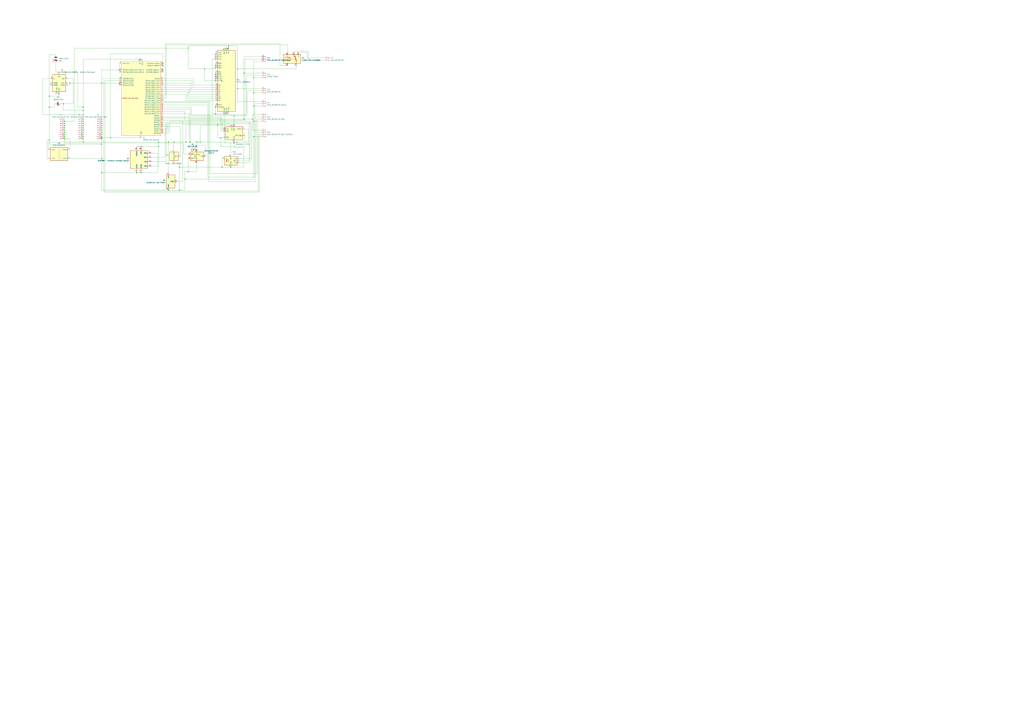
<source format=kicad_sch>
(kicad_sch (version 20250114) (generator "eeschema") (generator_version "9.0")
  (paper "A0")
  (lib_symbols
    (symbol "Battery_Management:TP4056-42-ESOP8"
      (property "Reference" "U" (at -6.604 11.684 0))
      (property "Value" "TP4056-42-ESOP8" (at 10.16 11.684 0))
      (symbol "TP4056-42-ESOP8_1_0"
        (pin input line (at -10.16 5.08 0) (length 2.54) (name "CE") (number "8"))
        (pin open_collector line (at -10.16 0 0) (length 2.54) (name "~{CHRG}") (number "7"))
        (pin open_collector line (at -10.16 -2.54 0) (length 2.54) (name "~{STDBY}") (number "6"))
        (pin passive line (at -2.54 -12.7 90) (length 2.54) (name "EPAD") (number "9"))
        (pin power_in line (at 0 12.7 270) (length 2.54) (name "V_{CC}") (number "4"))
        (pin power_in line (at 0 -12.7 90) (length 2.54) (name "GND") (number "3"))
        (pin power_out line (at 10.16 5.08 180) (length 2.54) (name "BAT") (number "5"))
        (pin input line (at 10.16 0 180) (length 2.54) (name "TEMP") (number "1"))
        (pin passive line (at 10.16 -2.54 180) (length 2.54) (name "PROG") (number "2"))
      )
    )
    (symbol "Connector:Conn_01x02_Pin" (pin_names (offset 1.016) (hide yes))
      (property "Reference" "J" (at 0 2.54 0))
      (property "Value" "Conn_01x02_Pin" (at 0 -5.08 0))
      (symbol "Conn_01x02_Pin_1_1"
        (pin passive line (at 5.08 0 180) (length 3.81) (name "Pin_1") (number "1"))
        (pin passive line (at 5.08 -2.54 180) (length 3.81) (name "Pin_2") (number "2"))
      )
    )
    (symbol "Connector:Conn_01x03_Pin" (pin_names (offset 1.016) (hide yes))
      (property "Reference" "J" (at 0 5.08 0))
      (property "Value" "Conn_01x03_Pin" (at 0 -5.08 0))
      (symbol "Conn_01x03_Pin_1_1"
        (pin passive line (at 5.08 2.54 180) (length 3.81) (name "Pin_1") (number "1"))
        (pin passive line (at 5.08 0 180) (length 3.81) (name "Pin_2") (number "2"))
        (pin passive line (at 5.08 -2.54 180) (length 3.81) (name "Pin_3") (number "3"))
      )
    )
    (symbol "Connector:Conn_01x04_Pin" (pin_names (offset 1.016) (hide yes))
      (property "Reference" "J" (at 0 5.08 0))
      (property "Value" "Conn_01x04_Pin" (at 0 -7.62 0))
      (symbol "Conn_01x04_Pin_1_1"
        (pin passive line (at 5.08 2.54 180) (length 3.81) (name "Pin_1") (number "1"))
        (pin passive line (at 5.08 0 180) (length 3.81) (name "Pin_2") (number "2"))
        (pin passive line (at 5.08 -2.54 180) (length 3.81) (name "Pin_3") (number "3"))
        (pin passive line (at 5.08 -5.08 180) (length 3.81) (name "Pin_4") (number "4"))
      )
    )
    (symbol "Connector:Conn_01x10_Pin" (pin_names (offset 1.016) (hide yes))
      (property "Reference" "J" (at 0 12.7 0))
      (property "Value" "Conn_01x10_Pin" (at 0 -15.24 0))
      (symbol "Conn_01x10_Pin_1_1"
        (pin passive line (at 5.08 10.16 180) (length 3.81) (name "Pin_1") (number "1"))
        (pin passive line (at 5.08 7.62 180) (length 3.81) (name "Pin_2") (number "2"))
        (pin passive line (at 5.08 5.08 180) (length 3.81) (name "Pin_3") (number "3"))
        (pin passive line (at 5.08 2.54 180) (length 3.81) (name "Pin_4") (number "4"))
        (pin passive line (at 5.08 0 180) (length 3.81) (name "Pin_5") (number "5"))
        (pin passive line (at 5.08 -2.54 180) (length 3.81) (name "Pin_6") (number "6"))
        (pin passive line (at 5.08 -5.08 180) (length 3.81) (name "Pin_7") (number "7"))
        (pin passive line (at 5.08 -7.62 180) (length 3.81) (name "Pin_8") (number "8"))
        (pin passive line (at 5.08 -10.16 180) (length 3.81) (name "Pin_9") (number "9"))
        (pin passive line (at 5.08 -12.7 180) (length 3.81) (name "Pin_10") (number "10"))
      )
    )
    (symbol "Connector_Generic:Conn_01x01" (pin_names (offset 1.016) (hide yes))
      (property "Reference" "J" (at 0 2.54 0))
      (property "Value" "Conn_01x01" (at 0 -2.54 0))
      (symbol "Conn_01x01_1_1"
        (pin passive line (at -5.08 0 0) (length 3.81) (name "Pin_1") (number "1"))
      )
    )
    (symbol "Device:Battery_Cell" (pin_numbers (hide yes)) (pin_names (offset 0) (hide yes))
      (property "Reference" "BT" (at 2.54 2.54 0))
      (property "Value" "Battery_Cell" (at 2.54 0 0))
      (symbol "Battery_Cell_1_1"
        (pin passive line (at 0 5.08 270) (length 2.54) (name "+") (number "1"))
        (pin passive line (at 0 -2.54 90) (length 2.54) (name "-") (number "2"))
      )
    )
    (symbol "Device:Solar_Cells" (pin_numbers (hide yes)) (pin_names (offset 0) (hide yes))
      (property "Reference" "SC" (at 2.54 2.54 0))
      (property "Value" "Solar_Cells" (at 2.54 0 0))
      (symbol "Solar_Cells_1_1"
        (pin passive line (at 0 5.08 270) (length 2.54) (name "+") (number "1"))
        (pin passive line (at 0 -5.08 90) (length 2.54) (name "-") (number "2"))
      )
    )
    (symbol "Display_Graphic:OLED-128O064D"
      (property "Reference" "DS" (at -10.16 38.1 0))
      (property "Value" "OLED-128O064D" (at 12.7 38.1 0))
      (symbol "OLED-128O064D_1_1"
        (pin passive line (at -12.7 33.02 0) (length 2.54) (name "C2N") (number "2"))
        (pin passive line (at -12.7 30.48 0) (length 2.54) (name "C2P") (number "3"))
        (pin passive line (at -12.7 27.94 0) (length 2.54) (name "C1P") (number "4"))
        (pin passive line (at -12.7 25.4 0) (length 2.54) (name "C1N") (number "5"))
        (pin input line (at -12.7 20.32 0) (length 2.54) (name "BS0") (number "10"))
        (pin input line (at -12.7 17.78 0) (length 2.54) (name "BS1") (number "11"))
        (pin input line (at -12.7 15.24 0) (length 2.54) (name "BS2") (number "12"))
        (pin input line (at -12.7 10.16 0) (length 2.54) (name "~{CS}") (number "13"))
        (pin input line (at -12.7 7.62 0) (length 2.54) (name "~{RES}") (number "14"))
        (pin input line (at -12.7 5.08 0) (length 2.54) (name "D/~{C}") (number "15"))
        (pin input line (at -12.7 2.54 0) (length 2.54) (name "R/~{W}") (number "16"))
        (pin input line (at -12.7 0 0) (length 2.54) (name "E/~{RD}") (number "17"))
        (pin bidirectional line (at -12.7 -5.08 0) (length 2.54) (name "D0") (number "18"))
        (pin bidirectional line (at -12.7 -7.62 0) (length 2.54) (name "D1") (number "19"))
        (pin bidirectional line (at -12.7 -10.16 0) (length 2.54) (name "D2") (number "20"))
        (pin bidirectional line (at -12.7 -12.7 0) (length 2.54) (name "D3") (number "21"))
        (pin bidirectional line (at -12.7 -15.24 0) (length 2.54) (name "D4") (number "22"))
        (pin bidirectional line (at -12.7 -17.78 0) (length 2.54) (name "D5") (number "23"))
        (pin bidirectional line (at -12.7 -20.32 0) (length 2.54) (name "D6") (number "24"))
        (pin bidirectional line (at -12.7 -22.86 0) (length 2.54) (name "D7") (number "25"))
        (pin passive line (at -12.7 -27.94 0) (length 2.54) (name "IREF") (number "26"))
        (pin passive line (at -12.7 -30.48 0) (length 2.54) (name "VCOMH") (number "27"))
        (pin power_in line (at -2.54 38.1 270) (length 2.54) (name "VBAT") (number "6"))
        (pin power_in line (at -2.54 -38.1 90) (length 2.54) (name "GND") (number "1"))
        (pin passive line (at -2.54 -38.1 90) (length 2.54) (hide yes) (name "GND") (number "30"))
        (pin power_in line (at 0 38.1 270) (length 2.54) (name "VDD") (number "9"))
        (pin power_in line (at 0 -38.1 90) (length 2.54) (name "VSS") (number "8"))
        (pin power_in line (at 2.54 38.1 270) (length 2.54) (name "VCC") (number "28"))
        (pin power_in line (at 2.54 -38.1 90) (length 2.54) (name "VLSS") (number "29"))
        (pin no_connect line (at 10.16 0 180) (length 2.54) (hide yes) (name "NC") (number "7"))
      )
    )
    (symbol "PCM_Espressif:ESP32-S3-DevKitC" (pin_names (offset 1.016))
      (property "Reference" "U" (at -22.86 48.26 0))
      (property "Value" "ESP32-S3-DevKitC" (at -22.86 45.72 0))
      (symbol "ESP32-S3-DevKitC_0_0"
        (text "ESP32-S3-DevKitC" (at -12.7 0 0) (effects (font (size 1.27 1.27))))
        (pin bidirectional line (at -25.4 15.24 0) (length 2.54) (name "GPIO42/MTMS") (number "39"))
        (pin power_in line (at 0 -45.72 90) (length 2.54) (name "GND") (number "44"))
        (pin bidirectional line (at 25.4 40.64 180) (length 2.54) (name "GPIO43/U0TXD") (number "43"))
        (pin bidirectional line (at 25.4 38.1 180) (length 2.54) (name "GPIO44/U0RXD") (number "42"))
        (pin bidirectional line (at 25.4 20.32 180) (length 2.54) (name "GPIO1/ADC1_CH0") (number "41"))
        (pin bidirectional line (at 25.4 17.78 180) (length 2.54) (name "GPIO2/ADC1_CH1") (number "40"))
        (pin bidirectional line (at 25.4 -10.16 180) (length 2.54) (name "GPIO13/ADC2_CH2") (number "19"))
        (pin bidirectional line (at 25.4 -35.56 180) (length 2.54) (name "GPIO46") (number "14"))
      )
      (symbol "ESP32-S3-DevKitC_0_1"
        (pin power_in line (at 1.27 45.72 270) (length 2.54) (name "3V3") (number "2"))
      )
      (symbol "ESP32-S3-DevKitC_1_1"
        (pin input line (at -25.4 40.64 0) (length 2.54) (name "CHIP_PU") (number "3"))
        (pin bidirectional line (at -25.4 33.02 0) (length 2.54) (name "GPIO15/ADC2_CH4/32K_P") (number "8"))
        (pin bidirectional line (at -25.4 30.48 0) (length 2.54) (name "GPIO16/ADC2_CH5/32K_N") (number "9"))
        (pin bidirectional line (at -25.4 22.86 0) (length 2.54) (name "GPIO39/MTCK") (number "36"))
        (pin bidirectional line (at -25.4 20.32 0) (length 2.54) (name "GPIO40/MTDO") (number "37"))
        (pin bidirectional line (at -25.4 17.78 0) (length 2.54) (name "GPIO41/MTDI") (number "38"))
        (pin power_in line (at -1.27 45.72 270) (length 2.54) (name "5V") (number "21"))
        (pin passive line (at 0 -45.72 90) (length 2.54) (hide yes) (name "GND") (number "22"))
        (pin passive line (at 0 -45.72 90) (length 2.54) (hide yes) (name "GND") (number "23"))
        (pin passive line (at 0 -45.72 90) (length 2.54) (hide yes) (name "GND") (number "24"))
        (pin passive line (at 1.27 45.72 270) (length 2.54) (hide yes) (name "3V3") (number "1"))
        (pin bidirectional line (at 25.4 33.02 180) (length 2.54) (name "GPIO20/USB_D+") (number "26"))
        (pin bidirectional line (at 25.4 30.48 180) (length 2.54) (name "GPIO19/USB_D-") (number "25"))
        (pin bidirectional line (at 25.4 22.86 180) (length 2.54) (name "GPIO0") (number "31"))
        (pin bidirectional line (at 25.4 15.24 180) (length 2.54) (name "GPIO3/ADC1_CH2") (number "13"))
        (pin bidirectional line (at 25.4 12.7 180) (length 2.54) (name "GPIO4/ADC1_CH3") (number "4"))
        (pin bidirectional line (at 25.4 10.16 180) (length 2.54) (name "GPIO5/ADC1_CH4") (number "5"))
        (pin bidirectional line (at 25.4 7.62 180) (length 2.54) (name "GPIO6/ADC1_CH5") (number "6"))
        (pin bidirectional line (at 25.4 5.08 180) (length 2.54) (name "GPIO7/ADC1_CH6") (number "7"))
        (pin bidirectional line (at 25.4 2.54 180) (length 2.54) (name "GPIO8/ADC1_CH7") (number "12"))
        (pin bidirectional line (at 25.4 0 180) (length 2.54) (name "GPIO9/ADC1_CH8") (number "15"))
        (pin bidirectional line (at 25.4 -2.54 180) (length 2.54) (name "GPIO10/ADC1_CH9") (number "16"))
        (pin bidirectional line (at 25.4 -5.08 180) (length 2.54) (name "GPIO11/ADC2_CH0") (number "17"))
        (pin bidirectional line (at 25.4 -7.62 180) (length 2.54) (name "GPIO12/ADC2_CH1") (number "18"))
        (pin bidirectional line (at 25.4 -12.7 180) (length 2.54) (name "GPIO14/ADC2_CH3") (number "20"))
        (pin bidirectional line (at 25.4 -15.24 180) (length 2.54) (name "GPIO17/ADC2_CH6") (number "10"))
        (pin bidirectional line (at 25.4 -17.78 180) (length 2.54) (name "GPIO18/ADC2_CH7") (number "11"))
        (pin bidirectional line (at 25.4 -20.32 180) (length 2.54) (name "GPIO21") (number "27"))
        (pin bidirectional line (at 25.4 -22.86 180) (length 2.54) (name "GPIO35") (number "32"))
        (pin bidirectional line (at 25.4 -25.4 180) (length 2.54) (name "GPIO36") (number "33"))
        (pin bidirectional line (at 25.4 -27.94 180) (length 2.54) (name "GPIO37") (number "34"))
        (pin bidirectional line (at 25.4 -30.48 180) (length 2.54) (name "GPIO38") (number "35"))
        (pin bidirectional line (at 25.4 -33.02 180) (length 2.54) (name "GPIO45") (number "30"))
        (pin bidirectional line (at 25.4 -38.1 180) (length 2.54) (name "GPIO47") (number "28"))
        (pin bidirectional line (at 25.4 -40.64 180) (length 2.54) (name "GPIO48") (number "29"))
      )
    )
    (symbol "Regulator_Switching:CRE1S0305S3C"
      (property "Reference" "U" (at -8.89 8.89 0))
      (property "Value" "CRE1S0305S3C" (at 2.54 8.89 0))
      (symbol "CRE1S0305S3C_1_1"
        (pin power_in line (at -12.7 5.08 0) (length 2.54) (name "+VIN") (number "2"))
        (pin power_in line (at -12.7 -5.08 0) (length 2.54) (name "-VIN") (number "1"))
        (pin power_out line (at 12.7 5.08 180) (length 2.54) (name "+VOUT") (number "4"))
        (pin power_out line (at 12.7 -5.08 180) (length 2.54) (name "-VOUT") (number "3"))
      )
    )
    (symbol "Relay:Fujitsu_FTR-LYCA005x"
      (property "Reference" "K" (at 11.43 3.81 0))
      (property "Value" "Fujitsu_FTR-LYCA005x" (at 11.43 1.27 0))
      (symbol "Fujitsu_FTR-LYCA005x_1_1"
        (pin passive line (at -5.08 7.62 270) (length 2.54) (name "~") (number "A1"))
        (pin passive line (at -5.08 -7.62 90) (length 2.54) (name "~") (number "A2"))
        (pin passive line (at 2.54 7.62 270) (length 2.54) (name "~") (number "12"))
        (pin passive line (at 5.08 -7.62 90) (length 2.54) (name "~") (number "11"))
        (pin passive line (at 7.62 7.62 270) (length 2.54) (name "~") (number "14"))
      )
    )
    (symbol "Sensor:BME280"
      (property "Reference" "U" (at -8.89 11.43 0))
      (property "Value" "BME280" (at 7.62 11.43 0))
      (symbol "BME280_1_1"
        (pin power_in line (at -2.54 15.24 270) (length 5.08) (name "VDDIO") (number "6"))
        (pin power_in line (at -2.54 -15.24 90) (length 5.08) (name "GND") (number "1"))
        (pin power_in line (at 2.54 15.24 270) (length 5.08) (name "VDD") (number "8"))
        (pin power_in line (at 2.54 -15.24 90) (length 5.08) (name "GND") (number "7"))
        (pin bidirectional line (at 15.24 7.62 180) (length 5.08) (name "SDO") (number "5"))
        (pin input line (at 15.24 2.54 180) (length 5.08) (name "SCK") (number "4"))
        (pin bidirectional line (at 15.24 -2.54 180) (length 5.08) (name "SDI") (number "3"))
        (pin input line (at 15.24 -7.62 180) (length 5.08) (name "CSB") (number "2"))
      )
    )
    (symbol "Sensor:DHT11"
      (property "Reference" "U" (at -3.81 6.35 0))
      (property "Value" "DHT11" (at 3.81 6.35 0))
      (symbol "DHT11_1_1"
        (pin no_connect line (at -5.08 0 0) (length 2.54) (hide yes) (name "NC") (number "3"))
        (pin power_in line (at 0 7.62 270) (length 2.54) (name "VDD") (number "1"))
        (pin power_in line (at 0 -7.62 90) (length 2.54) (name "GND") (number "4"))
        (pin bidirectional line (at 7.62 0 180) (length 2.54) (name "DATA") (number "2"))
      )
    )
    (symbol "Sensor_Audio:ICS-43434"
      (property "Reference" "MK" (at -7.62 6.35 0))
      (property "Value" "ICS-43434" (at 1.27 6.35 0))
      (symbol "ICS-43434_1_1"
        (pin input line (at -10.16 2.54 0) (length 2.54) (name "LR") (number "2"))
        (pin power_in line (at 0 7.62 270) (length 2.54) (name "VDD") (number "5"))
        (pin power_in line (at 0 -7.62 90) (length 2.54) (name "GND") (number "3"))
        (pin input line (at 10.16 2.54 180) (length 2.54) (name "WS") (number "1"))
        (pin input line (at 10.16 0 180) (length 2.54) (name "SCK") (number "4"))
        (pin output line (at 10.16 -2.54 180) (length 2.54) (name "SD") (number "6"))
      )
    )
    (symbol "Sensor_Magnetic:A1101ELHL"
      (property "Reference" "U" (at 0 11.43 0))
      (property "Value" "A1101ELHL" (at 0 8.89 0))
      (symbol "A1101ELHL_1_1"
        (pin power_in line (at -2.54 10.16 270) (length 2.54) (name "VCC") (number "1"))
        (pin power_in line (at -2.54 -10.16 90) (length 2.54) (name "GND") (number "3"))
        (pin open_collector line (at 7.62 0 180) (length 2.54) (name "VOUT") (number "2"))
      )
    )
    (symbol "Sensor_Voltage:LV25-P"
      (property "Reference" "U" (at -6.35 6.35 0))
      (property "Value" "LV25-P" (at 5.08 6.35 0))
      (symbol "LV25-P_1_1"
        (pin input line (at -10.16 2.54 0) (length 2.54) (name "HV+") (number "1"))
        (pin input line (at -10.16 -2.54 0) (length 2.54) (name "HV-") (number "3"))
        (pin power_in line (at 0 7.62 270) (length 2.54) (name "V+") (number "5"))
        (pin power_in line (at 0 -7.62 90) (length 2.54) (name "V-") (number "6"))
        (pin output line (at 10.16 0 180) (length 2.54) (name "M") (number "4"))
      )
    )
    (symbol "Timer_RTC:DS3231M"
      (property "Reference" "U" (at -7.62 8.89 0))
      (property "Value" "DS3231M" (at 10.16 8.89 0))
      (symbol "DS3231M_1_1"
        (pin input line (at -12.7 5.08 0) (length 2.54) (name "SCL") (number "16"))
        (pin bidirectional line (at -12.7 2.54 0) (length 2.54) (name "SDA") (number "15"))
        (pin bidirectional line (at -12.7 -5.08 0) (length 2.54) (name "~{RST}") (number "4"))
        (pin power_in line (at -2.54 10.16 270) (length 2.54) (name "VCC") (number "2"))
        (pin power_in line (at 0 10.16 270) (length 2.54) (name "VBAT") (number "14"))
        (pin passive line (at 0 -10.16 90) (length 2.54) (hide yes) (name "GND") (number "10"))
        (pin passive line (at 0 -10.16 90) (length 2.54) (hide yes) (name "GND") (number "11"))
        (pin passive line (at 0 -10.16 90) (length 2.54) (hide yes) (name "GND") (number "12"))
        (pin power_in line (at 0 -10.16 90) (length 2.54) (name "GND") (number "13"))
        (pin passive line (at 0 -10.16 90) (length 2.54) (hide yes) (name "GND") (number "5"))
        (pin passive line (at 0 -10.16 90) (length 2.54) (hide yes) (name "GND") (number "6"))
        (pin passive line (at 0 -10.16 90) (length 2.54) (hide yes) (name "GND") (number "7"))
        (pin passive line (at 0 -10.16 90) (length 2.54) (hide yes) (name "GND") (number "8"))
        (pin passive line (at 0 -10.16 90) (length 2.54) (hide yes) (name "GND") (number "9"))
        (pin open_collector line (at 12.7 5.08 180) (length 2.54) (name "32KHZ") (number "1"))
        (pin open_collector line (at 12.7 -2.54 180) (length 2.54) (name "~{INT}/SQW") (number "3"))
      )
    )
  )
  (junction (at 81.28 96.52))
  (junction (at 250.19 68.58))
  (junction (at 267.97 194.31))
  (junction (at 250.19 93.98))
  (junction (at 189.23 73.66))
  (junction (at 265.43 55.88))
  (junction (at 237.49 80.01))
  (junction (at 228.6 165.1))
  (junction (at 262.89 55.88))
  (junction (at 73.66 120.65))
  (junction (at 74.93 148.59))
  (junction (at 214.63 208.28))
  (junction (at 201.93 165.1))
  (junction (at 220.98 165.1))
  (junction (at 118.11 151.13))
  (junction (at 271.78 144.78))
  (junction (at 96.52 138.43))
  (junction (at 250.19 132.08))
  (junction (at 118.11 161.29))
  (junction (at 275.59 80.01))
  (junction (at 184.15 170.18))
  (junction (at 74.93 156.21))
  (junction (at 74.93 153.67))
  (junction (at 74.93 143.51))
  (junction (at 57.15 111.76))
  (junction (at 96.52 133.35))
  (junction (at 271.78 134.62))
  (junction (at 96.52 158.75))
  (junction (at 257.81 194.31))
  (junction (at 118.11 138.43))
  (junction (at 208.28 220.98))
  (junction (at 294.64 107.95))
  (junction (at 96.52 156.21))
  (junction (at 250.19 86.36))
  (junction (at 118.11 156.21))
  (junction (at 162.56 68.58))
  (junction (at 275.59 102.87))
  (junction (at 228.6 173.99))
  (junction (at 118.11 200.66))
  (junction (at 118.11 160.02))
  (junction (at 294.64 158.75))
  (junction (at 74.93 140.97))
  (junction (at 96.52 128.27))
  (junction (at 256.54 160.02))
  (junction (at 68.58 109.22))
  (junction (at 294.64 90.17))
  (junction (at 218.44 55.88))
  (junction (at 189.23 81.28))
  (junction (at 96.52 161.29))
  (junction (at 195.58 165.1))
  (junction (at 118.11 143.51))
  (junction (at 283.21 85.09))
  (junction (at 283.21 138.43))
  (junction (at 293.37 138.43))
  (junction (at 128.27 160.02))
  (junction (at 271.78 165.1))
  (junction (at 96.52 124.46))
  (junction (at 163.83 170.18))
  (junction (at 163.83 200.66))
  (junction (at 294.64 140.97))
  (junction (at 96.52 165.1))
  (junction (at 158.75 200.66))
  (junction (at 250.19 91.44))
  (junction (at 74.93 146.05))
  (junction (at 232.41 165.1))
  (junction (at 189.23 76.2))
  (junction (at 118.11 146.05))
  (junction (at 260.35 132.08))
  (junction (at 96.52 148.59))
  (junction (at 74.93 158.75))
  (junction (at 96.52 143.51))
  (junction (at 57.15 162.56))
  (junction (at 118.11 96.52))
  (junction (at 118.11 158.75))
  (junction (at 215.9 165.1))
  (junction (at 118.11 153.67))
  (junction (at 250.19 88.9))
  (junction (at 252.73 144.78))
  (junction (at 57.15 124.46))
  (junction (at 138.43 96.52))
  (junction (at 118.11 148.59))
  (junction (at 118.11 140.97))
  (junction (at 96.52 140.97))
  (junction (at 250.19 124.46))
  (junction (at 271.78 166.37))
  (junction (at 195.58 220.98))
  (junction (at 118.11 167.64))
  (junction (at 262.89 132.08))
  (junction (at 138.43 81.28))
  (junction (at 208.28 194.31))
  (junction (at 96.52 151.13))
  (junction (at 218.44 199.39))
  (junction (at 96.52 153.67))
  (junction (at 96.52 146.05))
  (junction (at 184.15 165.1))
  (junction (at 265.43 53.34))
  (junction (at 68.58 83.82))
  (junction (at 250.19 78.74))
  (junction (at 118.11 184.15))
  (junction (at 74.93 151.13))
  (junction (at 74.93 161.29))
  (junction (at 294.64 123.19))
  (junction (at 250.19 66.04))
  (junction (at 250.19 63.5))
  (junction (at 250.19 76.2))
  (wire (pts (xy 64.77 73.66) (xy 64.77 83.82)))
  (wire (pts (xy 118.11 156.21) (xy 118.11 158.75)))
  (wire (pts (xy 118.11 153.67) (xy 118.11 156.21)))
  (wire (pts (xy 303.53 153.67) (xy 299.72 153.67)))
  (wire (pts (xy 189.23 73.66) (xy 189.23 62.23)))
  (wire (pts (xy 74.93 146.05) (xy 74.93 148.59)))
  (wire (pts (xy 228.6 165.1) (xy 232.41 165.1)))
  (wire (pts (xy 256.54 160.02) (xy 259.08 160.02)))
  (wire (pts (xy 118.11 140.97) (xy 118.11 143.51)))
  (wire (pts (xy 220.98 134.62) (xy 220.98 127)))
  (wire (pts (xy 212.09 210.82) (xy 212.09 139.7)))
  (wire (pts (xy 96.52 146.05) (xy 96.52 148.59)))
  (wire (pts (xy 250.19 93.98) (xy 237.49 93.98)))
  (wire (pts (xy 284.48 149.86) (xy 288.29 149.86)))
  (wire (pts (xy 182.88 177.8) (xy 182.88 200.66)))
  (wire (pts (xy 294.64 90.17) (xy 294.64 107.95)))
  (wire (pts (xy 250.19 88.9) (xy 250.19 91.44)))
  (wire (pts (xy 257.81 137.16) (xy 257.81 149.86)))
  (wire (pts (xy 184.15 170.18) (xy 184.15 193.04)))
  (wire (pts (xy 118.11 160.02) (xy 128.27 160.02)))
  (wire (pts (xy 303.53 66.04) (xy 283.21 66.04)))
  (wire (pts (xy 201.93 173.99) (xy 201.93 165.1)))
  (wire (pts (xy 81.28 173.99) (xy 81.28 161.29)))
  (wire (pts (xy 121.92 93.98) (xy 121.92 223.52)))
  (wire (pts (xy 219.71 109.22) (xy 250.19 109.22)))
  (wire (pts (xy 252.73 160.02) (xy 252.73 144.78)))
  (wire (pts (xy 237.49 93.98) (xy 237.49 80.01)))
  (wire (pts (xy 189.23 106.68) (xy 217.17 106.68)))
  (wire (pts (xy 158.75 170.18) (xy 163.83 170.18)))
  (wire (pts (xy 303.53 68.58) (xy 284.48 68.58)))
  (wire (pts (xy 294.64 158.75) (xy 294.64 208.28)))
  (wire (pts (xy 194.31 149.86) (xy 189.23 149.86)))
  (wire (pts (xy 189.23 119.38) (xy 242.57 119.38)))
  (wire (pts (xy 222.25 124.46) (xy 189.23 124.46)))
  (wire (pts (xy 189.23 81.28) (xy 189.23 83.82)))
  (wire (pts (xy 285.75 134.62) (xy 271.78 134.62)))
  (wire (pts (xy 283.21 85.09) (xy 303.53 85.09)))
  (wire (pts (xy 165.1 68.58) (xy 162.56 68.58)))
  (wire (pts (xy 260.35 132.08) (xy 262.89 132.08)))
  (wire (pts (xy 96.52 128.27) (xy 96.52 133.35)))
  (wire (pts (xy 283.21 194.31) (xy 267.97 194.31)))
  (wire (pts (xy 78.74 99.06) (xy 81.28 99.06)))
  (wire (pts (xy 57.15 63.5) (xy 64.77 63.5)))
  (wire (pts (xy 284.48 170.18) (xy 256.54 170.18)))
  (wire (pts (xy 120.65 91.44) (xy 138.43 91.44)))
  (wire (pts (xy 223.52 93.98) (xy 223.52 101.6)))
  (wire (pts (xy 63.5 124.46) (xy 63.5 120.65)))
  (wire (pts (xy 294.64 90.17) (xy 303.53 90.17)))
  (wire (pts (xy 283.21 138.43) (xy 220.98 138.43)))
  (wire (pts (xy 250.19 78.74) (xy 250.19 80.01)))
  (wire (pts (xy 191.77 144.78) (xy 189.23 144.78)))
  (wire (pts (xy 287.02 105.41) (xy 287.02 133.35)))
  (wire (pts (xy 118.11 146.05) (xy 118.11 148.59)))
  (wire (pts (xy 297.18 135.89) (xy 297.18 210.82)))
  (wire (pts (xy 290.83 143.51) (xy 290.83 186.69)))
  (wire (pts (xy 214.63 199.39) (xy 218.44 199.39)))
  (wire (pts (xy 55.88 165.1) (xy 96.52 165.1)))
  (wire (pts (xy 201.93 189.23) (xy 208.28 189.23)))
  (wire (pts (xy 294.64 140.97) (xy 303.53 140.97)))
  (wire (pts (xy 189.23 114.3) (xy 193.04 114.3)))
  (wire (pts (xy 222.25 96.52) (xy 222.25 104.14)))
  (wire (pts (xy 250.19 68.58) (xy 246.38 68.58)))
  (wire (pts (xy 209.55 181.61) (xy 209.55 147.32)))
  (wire (pts (xy 205.74 210.82) (xy 212.09 210.82)))
  (wire (pts (xy 252.73 160.02) (xy 256.54 160.02)))
  (wire (pts (xy 271.78 171.45) (xy 283.21 171.45)))
  (wire (pts (xy 250.19 80.01) (xy 237.49 80.01)))
  (wire (pts (xy 228.6 165.1) (xy 228.6 173.99)))
  (wire (pts (xy 293.37 133.35) (xy 293.37 138.43)))
  (wire (pts (xy 356.87 60.96) (xy 346.71 60.96)))
  (wire (pts (xy 118.11 220.98) (xy 195.58 220.98)))
  (wire (pts (xy 86.36 140.97) (xy 74.93 140.97)))
  (wire (pts (xy 96.52 124.46) (xy 96.52 128.27)))
  (wire (pts (xy 243.84 201.93) (xy 298.45 201.93)))
  (wire (pts (xy 208.28 194.31) (xy 257.81 194.31)))
  (wire (pts (xy 267.97 179.07) (xy 267.97 165.1)))
  (wire (pts (xy 334.01 52.07) (xy 191.77 52.07)))
  (wire (pts (xy 275.59 102.87) (xy 303.53 102.87)))
  (wire (pts (xy 81.28 96.52) (xy 81.28 99.06)))
  (wire (pts (xy 294.64 107.95) (xy 294.64 123.19)))
  (wire (pts (xy 218.44 53.34) (xy 218.44 55.88)))
  (wire (pts (xy 96.52 68.58) (xy 96.52 124.46)))
  (wire (pts (xy 284.48 68.58) (xy 284.48 139.7)))
  (wire (pts (xy 288.29 165.1) (xy 271.78 165.1)))
  (wire (pts (xy 128.27 62.23) (xy 128.27 160.02)))
  (wire (pts (xy 292.1 142.24) (xy 194.31 142.24)))
  (wire (pts (xy 78.74 91.44) (xy 85.09 91.44)))
  (wire (pts (xy 191.77 111.76) (xy 189.23 111.76)))
  (wire (pts (xy 120.65 222.25) (xy 120.65 91.44)))
  (wire (pts (xy 158.75 200.66) (xy 163.83 200.66)))
  (wire (pts (xy 298.45 138.43) (xy 303.53 138.43)))
  (wire (pts (xy 224.79 99.06) (xy 250.19 99.06)))
  (wire (pts (xy 256.54 152.4) (xy 256.54 135.89)))
  (wire (pts (xy 64.77 83.82) (xy 68.58 83.82)))
  (wire (pts (xy 118.11 81.28) (xy 118.11 96.52)))
  (wire (pts (xy 250.19 121.92) (xy 250.19 124.46)))
  (wire (pts (xy 220.98 106.68) (xy 220.98 99.06)))
  (wire (pts (xy 218.44 55.88) (xy 218.44 80.01)))
  (wire (pts (xy 189.23 62.23) (xy 128.27 62.23)))
  (wire (pts (xy 176.53 187.96) (xy 193.04 187.96)))
  (wire (pts (xy 189.23 76.2) (xy 189.23 81.28)))
  (wire (pts (xy 191.77 182.88) (xy 191.77 144.78)))
  (wire (pts (xy 189.23 91.44) (xy 224.79 91.44)))
  (wire (pts (xy 303.53 120.65) (xy 295.91 120.65)))
  (wire (pts (xy 49.53 133.35) (xy 96.52 133.35)))
  (wire (pts (xy 74.93 138.43) (xy 74.93 140.97)))
  (wire (pts (xy 250.19 73.66) (xy 250.19 76.2)))
  (wire (pts (xy 217.17 106.68) (xy 217.17 114.3)))
  (wire (pts (xy 81.28 96.52) (xy 118.11 96.52)))
  (wire (pts (xy 295.91 205.74) (xy 241.3 205.74)))
  (wire (pts (xy 189.23 109.22) (xy 215.9 109.22)))
  (wire (pts (xy 68.58 83.82) (xy 90.17 83.82)))
  (wire (pts (xy 96.52 156.21) (xy 96.52 158.75)))
  (wire (pts (xy 341.63 60.96) (xy 341.63 59.69)))
  (wire (pts (xy 238.76 168.91) (xy 238.76 181.61)))
  (wire (pts (xy 299.72 153.67) (xy 299.72 222.25)))
  (wire (pts (xy 90.17 124.46) (xy 96.52 124.46)))
  (wire (pts (xy 250.19 63.5) (xy 250.19 66.04)))
  (wire (pts (xy 74.93 158.75) (xy 74.93 161.29)))
  (wire (pts (xy 250.19 66.04) (xy 250.19 68.58)))
  (wire (pts (xy 257.81 194.31) (xy 267.97 194.31)))
  (wire (pts (xy 237.49 80.01) (xy 218.44 80.01)))
  (wire (pts (xy 297.18 210.82) (xy 242.57 210.82)))
  (wire (pts (xy 128.27 160.02) (xy 163.83 160.02)))
  (wire (pts (xy 341.63 59.69) (xy 358.14 59.69)))
  (wire (pts (xy 241.3 205.74) (xy 241.3 121.92)))
  (wire (pts (xy 68.58 111.76) (xy 57.15 111.76)))
  (wire (pts (xy 218.44 179.07) (xy 213.36 179.07)))
  (wire (pts (xy 85.09 91.44) (xy 85.09 120.65)))
  (wire (pts (xy 265.43 55.88) (xy 265.43 53.34)))
  (wire (pts (xy 250.19 91.44) (xy 250.19 93.98)))
  (wire (pts (xy 121.92 223.52) (xy 300.99 223.52)))
  (wire (pts (xy 74.93 148.59) (xy 74.93 151.13)))
  (wire (pts (xy 118.11 160.02) (xy 118.11 161.29)))
  (wire (pts (xy 298.45 201.93) (xy 298.45 138.43)))
  (wire (pts (xy 289.56 140.97) (xy 196.85 140.97)))
  (wire (pts (xy 294.64 123.19) (xy 294.64 140.97)))
  (wire (pts (xy 303.53 71.12) (xy 294.64 71.12)))
  (wire (pts (xy 293.37 138.43) (xy 283.21 138.43)))
  (wire (pts (xy 271.78 166.37) (xy 271.78 171.45)))
  (wire (pts (xy 195.58 152.4) (xy 195.58 143.51)))
  (wire (pts (xy 287.02 105.41) (xy 303.53 105.41)))
  (wire (pts (xy 138.43 93.98) (xy 121.92 93.98)))
  (wire (pts (xy 191.77 52.07) (xy 191.77 111.76)))
  (wire (pts (xy 344.17 76.2) (xy 344.17 80.01)))
  (wire (pts (xy 262.89 55.88) (xy 265.43 55.88)))
  (wire (pts (xy 193.04 187.96) (xy 193.04 142.24)))
  (wire (pts (xy 303.53 87.63) (xy 285.75 87.63)))
  (wire (pts (xy 219.71 132.08) (xy 189.23 132.08)))
  (wire (pts (xy 275.59 102.87) (xy 275.59 118.11)))
  (wire (pts (xy 212.09 139.7) (xy 189.23 139.7)))
  (wire (pts (xy 303.53 151.13) (xy 293.37 151.13)))
  (wire (pts (xy 218.44 111.76) (xy 218.44 104.14)))
  (wire (pts (xy 224.79 91.44) (xy 224.79 99.06)))
  (wire (pts (xy 218.44 104.14) (xy 189.23 104.14)))
  (wire (pts (xy 250.19 132.08) (xy 250.19 124.46)))
  (wire (pts (xy 218.44 53.34) (xy 265.43 53.34)))
  (wire (pts (xy 214.63 208.28) (xy 294.64 208.28)))
  (wire (pts (xy 191.77 116.84) (xy 191.77 118.11)))
  (wire (pts (xy 242.57 119.38) (xy 242.57 210.82)))
  (wire (pts (xy 118.11 200.66) (xy 118.11 184.15)))
  (wire (pts (xy 96.52 153.67) (xy 96.52 156.21)))
  (wire (pts (xy 189.23 121.92) (xy 241.3 121.92)))
  (wire (pts (xy 176.53 193.04) (xy 184.15 193.04)))
  (wire (pts (xy 184.15 165.1) (xy 184.15 170.18)))
  (wire (pts (xy 271.78 144.78) (xy 271.78 146.05)))
  (wire (pts (xy 193.04 114.3) (xy 193.04 50.8)))
  (wire (pts (xy 214.63 129.54) (xy 189.23 129.54)))
  (wire (pts (xy 289.56 189.23) (xy 289.56 140.97)))
  (wire (pts (xy 138.43 96.52) (xy 138.43 99.06)))
  (wire (pts (xy 195.58 143.51) (xy 290.83 143.51)))
  (wire (pts (xy 260.35 166.37) (xy 271.78 166.37)))
  (wire (pts (xy 162.56 68.58) (xy 96.52 68.58)))
  (wire (pts (xy 232.41 146.05) (xy 232.41 165.1)))
  (wire (pts (xy 118.11 151.13) (xy 118.11 153.67)))
  (wire (pts (xy 271.78 134.62) (xy 271.78 144.78)))
  (wire (pts (xy 55.88 165.1) (xy 55.88 173.99)))
  (wire (pts (xy 193.04 142.24) (xy 189.23 142.24)))
  (wire (pts (xy 138.43 81.28) (xy 138.43 83.82)))
  (wire (pts (xy 118.11 96.52) (xy 118.11 138.43)))
  (wire (pts (xy 215.9 165.1) (xy 220.98 165.1)))
  (wire (pts (xy 73.66 120.65) (xy 73.66 128.27)))
  (wire (pts (xy 189.23 152.4) (xy 195.58 152.4)))
  (wire (pts (xy 163.83 170.18) (xy 184.15 170.18)))
  (wire (pts (xy 118.11 158.75) (xy 118.11 160.02)))
  (wire (pts (xy 57.15 124.46) (xy 63.5 124.46)))
  (wire (pts (xy 356.87 67.31) (xy 356.87 60.96)))
  (wire (pts (xy 57.15 111.76) (xy 57.15 124.46)))
  (wire (pts (xy 118.11 148.59) (xy 118.11 151.13)))
  (wire (pts (xy 222.25 104.14) (xy 250.19 104.14)))
  (wire (pts (xy 284.48 139.7) (xy 214.63 139.7)))
  (wire (pts (xy 358.14 59.69) (xy 358.14 69.85)))
  (wire (pts (xy 96.52 165.1) (xy 184.15 165.1)))
  (wire (pts (xy 214.63 199.39) (xy 214.63 208.28)))
  (wire (pts (xy 118.11 184.15) (xy 118.11 167.64)))
  (wire (pts (xy 256.54 135.89) (xy 189.23 135.89)))
  (wire (pts (xy 250.19 60.96) (xy 250.19 63.5)))
  (wire (pts (xy 74.93 161.29) (xy 74.93 166.37)))
  (wire (pts (xy 189.23 127) (xy 220.98 127)))
  (wire (pts (xy 189.23 116.84) (xy 191.77 116.84)))
  (wire (pts (xy 66.04 109.22) (xy 68.58 109.22)))
  (wire (pts (xy 223.52 101.6) (xy 250.19 101.6)))
  (wire (pts (xy 176.53 177.8) (xy 182.88 177.8)))
  (wire (pts (xy 196.85 154.94) (xy 189.23 154.94)))
  (wire (pts (xy 189.23 137.16) (xy 257.81 137.16)))
  (wire (pts (xy 176.53 182.88) (xy 191.77 182.88)))
  (wire (pts (xy 90.17 83.82) (xy 90.17 124.46)))
  (wire (pts (xy 58.42 96.52) (xy 58.42 99.06)))
  (wire (pts (xy 54.61 162.56) (xy 54.61 184.15)))
  (wire (pts (xy 96.52 151.13) (xy 96.52 153.67)))
  (wire (pts (xy 220.98 138.43) (xy 220.98 165.1)))
  (wire (pts (xy 292.1 184.15) (xy 292.1 142.24)))
  (wire (pts (xy 218.44 55.88) (xy 86.36 55.88)))
  (wire (pts (xy 250.19 76.2) (xy 250.19 78.74)))
  (wire (pts (xy 57.15 167.64) (xy 118.11 167.64)))
  (wire (pts (xy 278.13 184.15) (xy 292.1 184.15)))
  (wire (pts (xy 294.64 140.97) (xy 294.64 158.75)))
  (wire (pts (xy 96.52 140.97) (xy 96.52 143.51)))
  (wire (pts (xy 96.52 143.51) (xy 96.52 146.05)))
  (wire (pts (xy 96.52 133.35) (xy 96.52 138.43)))
  (wire (pts (xy 138.43 73.66) (xy 138.43 81.28)))
  (wire (pts (xy 250.19 111.76) (xy 218.44 111.76)))
  (wire (pts (xy 74.93 151.13) (xy 74.93 153.67)))
  (wire (pts (xy 257.81 184.15) (xy 257.81 194.31)))
  (wire (pts (xy 303.53 133.35) (xy 293.37 133.35)))
  (wire (pts (xy 74.93 161.29) (xy 81.28 161.29)))
  (wire (pts (xy 220.98 99.06) (xy 189.23 99.06)))
  (wire (pts (xy 377.19 67.31) (xy 356.87 67.31)))
  (wire (pts (xy 201.93 165.1) (xy 215.9 165.1)))
  (wire (pts (xy 158.75 200.66) (xy 118.11 200.66)))
  (wire (pts (xy 74.93 143.51) (xy 74.93 146.05)))
  (wire (pts (xy 195.58 165.1) (xy 195.58 200.66)))
  (wire (pts (xy 218.44 184.15) (xy 218.44 199.39)))
  (wire (pts (xy 182.88 200.66) (xy 163.83 200.66)))
  (wire (pts (xy 73.66 128.27) (xy 96.52 128.27)))
  (wire (pts (xy 250.19 86.36) (xy 250.19 88.9)))
  (wire (pts (xy 209.55 147.32) (xy 189.23 147.32)))
  (wire (pts (xy 118.11 220.98) (xy 118.11 200.66)))
  (wire (pts (xy 257.81 149.86) (xy 259.08 149.86)))
  (wire (pts (xy 295.91 120.65) (xy 295.91 205.74)))
  (wire (pts (xy 269.24 144.78) (xy 252.73 144.78)))
  (wire (pts (xy 96.52 165.1) (xy 96.52 161.29)))
  (wire (pts (xy 275.59 80.01) (xy 344.17 80.01)))
  (wire (pts (xy 303.53 135.89) (xy 297.18 135.89)))
  (wire (pts (xy 71.12 120.65) (xy 73.66 120.65)))
  (wire (pts (xy 138.43 81.28) (xy 118.11 81.28)))
  (wire (pts (xy 214.63 208.28) (xy 214.63 220.98)))
  (wire (pts (xy 96.52 158.75) (xy 96.52 161.29)))
  (wire (pts (xy 74.93 153.67) (xy 74.93 156.21)))
  (wire (pts (xy 288.29 149.86) (xy 288.29 165.1)))
  (wire (pts (xy 271.78 134.62) (xy 220.98 134.62)))
  (wire (pts (xy 294.64 107.95) (xy 303.53 107.95)))
  (wire (pts (xy 118.11 143.51) (xy 118.11 146.05)))
  (wire (pts (xy 74.93 140.97) (xy 74.93 143.51)))
  (wire (pts (xy 215.9 144.78) (xy 215.9 165.1)))
  (wire (pts (xy 232.41 165.1) (xy 267.97 165.1)))
  (wire (pts (xy 184.15 165.1) (xy 195.58 165.1)))
  (wire (pts (xy 259.08 152.4) (xy 256.54 152.4)))
  (wire (pts (xy 290.83 186.69) (xy 278.13 186.69)))
  (wire (pts (xy 260.35 132.08) (xy 260.35 166.37)))
  (wire (pts (xy 86.36 55.88) (xy 86.36 140.97)))
  (wire (pts (xy 299.72 222.25) (xy 120.65 222.25)))
  (wire (pts (xy 191.77 118.11) (xy 243.84 118.11)))
  (wire (pts (xy 217.17 114.3) (xy 250.19 114.3)))
  (wire (pts (xy 189.23 96.52) (xy 222.25 96.52)))
  (wire (pts (xy 246.38 132.08) (xy 250.19 132.08)))
  (wire (pts (xy 215.9 116.84) (xy 215.9 109.22)))
  (wire (pts (xy 74.93 156.21) (xy 74.93 158.75)))
  (wire (pts (xy 284.48 157.48) (xy 284.48 170.18)))
  (wire (pts (xy 195.58 165.1) (xy 201.93 165.1)))
  (wire (pts (xy 271.78 146.05) (xy 232.41 146.05)))
  (wire (pts (xy 193.04 50.8) (xy 325.12 50.8)))
  (wire (pts (xy 246.38 68.58) (xy 246.38 132.08)))
  (wire (pts (xy 250.19 106.68) (xy 220.98 106.68)))
  (wire (pts (xy 300.99 156.21) (xy 303.53 156.21)))
  (wire (pts (xy 243.84 118.11) (xy 243.84 201.93)))
  (wire (pts (xy 228.6 189.23) (xy 228.6 199.39)))
  (wire (pts (xy 49.53 91.44) (xy 49.53 133.35)))
  (wire (pts (xy 283.21 85.09) (xy 283.21 138.43)))
  (wire (pts (xy 194.31 142.24) (xy 194.31 149.86)))
  (wire (pts (xy 271.78 165.1) (xy 271.78 166.37)))
  (wire (pts (xy 57.15 124.46) (xy 57.15 162.56)))
  (wire (pts (xy 219.71 101.6) (xy 219.71 109.22)))
  (wire (pts (xy 275.59 53.34) (xy 275.59 80.01)))
  (wire (pts (xy 213.36 179.07) (xy 213.36 166.37)))
  (wire (pts (xy 189.23 101.6) (xy 219.71 101.6)))
  (wire (pts (xy 118.11 96.52) (xy 138.43 96.52)))
  (wire (pts (xy 256.54 170.18) (xy 256.54 160.02)))
  (wire (pts (xy 294.64 123.19) (xy 303.53 123.19)))
  (wire (pts (xy 260.35 132.08) (xy 250.19 132.08)))
  (wire (pts (xy 118.11 138.43) (xy 118.11 140.97)))
  (wire (pts (xy 213.36 166.37) (xy 74.93 166.37)))
  (wire (pts (xy 260.35 55.88) (xy 262.89 55.88)))
  (wire (pts (xy 58.42 91.44) (xy 49.53 91.44)))
  (wire (pts (xy 294.64 158.75) (xy 303.53 158.75)))
  (wire (pts (xy 57.15 162.56) (xy 54.61 162.56)))
  (wire (pts (xy 214.63 220.98) (xy 208.28 220.98)))
  (wire (pts (xy 189.23 73.66) (xy 189.23 76.2)))
  (wire (pts (xy 238.76 168.91) (xy 219.71 168.91)))
  (wire (pts (xy 189.23 135.89) (xy 189.23 134.62)))
  (wire (pts (xy 358.14 69.85) (xy 377.19 69.85)))
  (wire (pts (xy 214.63 139.7) (xy 214.63 129.54)))
  (wire (pts (xy 218.44 199.39) (xy 228.6 199.39)))
  (wire (pts (xy 78.74 96.52) (xy 81.28 96.52)))
  (wire (pts (xy 219.71 168.91) (xy 219.71 132.08)))
  (wire (pts (xy 293.37 151.13) (xy 293.37 138.43)))
  (wire (pts (xy 81.28 184.15) (xy 118.11 184.15)))
  (wire (pts (xy 303.53 118.11) (xy 275.59 118.11)))
  (wire (pts (xy 252.73 144.78) (xy 215.9 144.78)))
  (wire (pts (xy 196.85 140.97) (xy 196.85 154.94)))
  (wire (pts (xy 54.61 184.15) (xy 55.88 184.15)))
  (wire (pts (xy 325.12 50.8) (xy 325.12 76.2)))
  (wire (pts (xy 285.75 87.63) (xy 285.75 134.62)))
  (wire (pts (xy 118.11 167.64) (xy 118.11 161.29)))
  (wire (pts (xy 189.23 93.98) (xy 223.52 93.98)))
  (wire (pts (xy 287.02 133.35) (xy 222.25 133.35)))
  (wire (pts (xy 73.66 120.65) (xy 85.09 120.65)))
  (wire (pts (xy 57.15 162.56) (xy 57.15 167.64)))
  (wire (pts (xy 262.89 132.08) (xy 265.43 132.08)))
  (wire (pts (xy 325.12 76.2) (xy 334.01 76.2)))
  (wire (pts (xy 68.58 109.22) (xy 68.58 111.76)))
  (wire (pts (xy 195.58 220.98) (xy 208.28 220.98)))
  (wire (pts (xy 96.52 138.43) (xy 96.52 140.97)))
  (wire (pts (xy 57.15 63.5) (xy 57.15 111.76)))
  (wire (pts (xy 208.28 194.31) (xy 208.28 220.98)))
  (wire (pts (xy 220.98 165.1) (xy 228.6 165.1)))
  (wire (pts (xy 283.21 171.45) (xy 283.21 194.31)))
  (wire (pts (xy 300.99 223.52) (xy 300.99 156.21)))
  (wire (pts (xy 334.01 60.96) (xy 334.01 52.07)))
  (wire (pts (xy 265.43 53.34) (xy 275.59 53.34)))
  (wire (pts (xy 294.64 71.12) (xy 294.64 90.17)))
  (wire (pts (xy 208.28 189.23) (xy 208.28 194.31)))
  (wire (pts (xy 250.19 83.82) (xy 250.19 86.36)))
  (wire (pts (xy 96.52 148.59) (xy 96.52 151.13)))
  (wire (pts (xy 250.19 116.84) (xy 215.9 116.84)))
  (wire (pts (xy 222.25 133.35) (xy 222.25 124.46)))
  (wire (pts (xy 283.21 66.04) (xy 283.21 85.09)))
  (wire (pts (xy 275.59 80.01) (xy 275.59 102.87)))
  (wire (pts (xy 278.13 189.23) (xy 289.56 189.23)))
  (symbol (lib_id "Sensor_Magnetic:A1101ELHL") (at 198.12 210.82 0) (unit 1)
    (property "Reference" "U5" (at 191.77 209.5499 0) (effects (justify right)))
    (property "Value" "A1101ELHL Hall Effect" (at 191.77 212.0899 0) (effects (justify right)))
    (property "Footprint" "Package_TO_SOT_SMD:SOT-23W" (effects (hide yes)))
    (property "Datasheet" "https://www.allegromicro.com/-/media/files/datasheets/a110x-datasheet.ashx" (effects (hide yes)))
    (property "Description" "Hall effect switch, unipolar, Bop=100G, Brp=45G, -40C to +85C, SOT-23W" (effects (hide yes)))
  )
  (symbol (lib_id "Sensor_Voltage:LV25-P") (at 228.6 181.61 0) (unit 1)
    (property "Reference" "VoltageSensorU6" (at 245.11 175.1898 0))
    (property "Value" "LV25-P" (at 245.11 177.7298 0))
    (property "Footprint" "Sensor_Voltage:LEM_LV25-P" (effects (hide yes)))
    (property "Datasheet" "https://www.lem.com/sites/default/files/products_datasheets/lv_25-p.pdf" (effects (hide yes)))
    (property "Description" "LEM Voltage transducer LV 25-P" (effects (hide yes)))
  )
  (symbol (lib_id "Device:Solar_Cells") (at 64.77 68.58 0) (mirror x) (unit 1)
    (property "Reference" "SC1" (at 68.58 70.4851 0) (effects (justify left)))
    (property "Value" "Solar_Cells" (at 68.58 67.9451 0) (effects (justify left)))
    (property "Footprint" "Connector_PinHeader_1.00mm:PinHeader_2x03_P1.00mm_Vertical" (effects (hide yes)))
    (property "Description" "Multiple solar cells" (effects (hide yes)))
  )
  (symbol (lib_id "Connector:Conn_01x03_Pin") (at 308.61 105.41 180) (unit 1)
    (property "Reference" "J13" (at 309.88 104.1399 0) (effects (justify right)))
    (property "Value" "Conn_01x03_Pin" (at 309.88 106.6799 0) (effects (justify right)))
    (property "Footprint" "Connector_PinHeader_1.00mm:PinHeader_1x03_P1.00mm_Vertical" (effects (hide yes)))
    (property "Description" "Generic connector, single row, 01x03, script generated" (effects (hide yes)))
  )
  (symbol (lib_id "Connector:Conn_01x03_Pin") (at 308.61 120.65 180) (unit 1)
    (property "Reference" "J14" (at 309.88 119.3799 0) (effects (justify right)))
    (property "Value" "Conn_01x03_Pin Sound" (at 309.88 121.9199 0) (effects (justify right)))
    (property "Footprint" "Connector_PinHeader_1.00mm:PinHeader_1x03_P1.00mm_Vertical" (effects (hide yes)))
    (property "Description" "Generic connector, single row, 01x03, script generated" (effects (hide yes)))
  )
  (symbol (lib_id "Battery_Management:TP4056-42-ESOP8") (at 68.58 96.52 0) (unit 1)
    (property "Reference" "U6" (at 70.7233 81.28 0) (effects (justify left)))
    (property "Value" "TP4056-42-ESOP8 - Battery Recharger" (at 70.7233 83.82 0) (effects (justify left)))
    (property "Footprint" "Package_SO:SOIC-8-1EP_3.9x4.9mm_P1.27mm_EP2.41x3.3mm_ThermalVias" (effects (hide yes)))
    (property "Datasheet" "https://www.lcsc.com/datasheet/lcsc_datasheet_2410121619_TOPPOWER-Nanjing-Extension-Microelectronics-TP4056-42-ESOP8_C16581.pdf" (effects (hide yes)))
    (property "Description" "1A Standalone Linear Li-ion/LiPo single-cell battery charger, 4.2V ±1% charge voltage, VCC = 4.0..8.0V, SOIC-8 (SOP-8)" (effects (hide yes)))
  )
  (symbol (lib_id "Sensor_Audio:ICS-43434") (at 267.97 186.69 0) (unit 1)
    (property "Reference" "MK1" (at 270.1133 176.53 0) (effects (justify left)))
    (property "Value" "ICS-43434" (at 270.1133 179.07 0) (effects (justify left)))
    (property "Footprint" "Sensor_Audio:InvenSense_ICS-43434-6_3.5x2.65mm" (effects (hide yes)))
    (property "Datasheet" "https://www.invensense.com/wp-content/uploads/2016/02/DS-000069-ICS-43434-v1.2.pdf" (effects (hide yes)))
    (property "Description" "TDK InvenSense MEMS Microphone, 24-bit I2S, 65 dBA SNR, LGA-6" (effects (hide yes)))
  )
  (symbol (lib_id "Connector:Conn_01x10_Pin") (at 91.44 148.59 0) (unit 1)
    (property "Reference" "J2" (at 92.075 133.35 0))
    (property "Value" "Conn_01x10_Pin 3.3V" (at 92.075 135.89 0))
    (property "Footprint" "Connector_Pin:Pin_D1.0mm_L10.0mm" (effects (hide yes)))
    (property "Description" "Generic connector, single row, 01x10, script generated" (effects (hide yes)))
  )
  (symbol (lib_id "Connector:Conn_01x02_Pin") (at 382.27 69.85 180) (unit 1)
    (property "Reference" "J17" (at 383.54 67.3099 0) (effects (justify right)))
    (property "Value" "Conn_01x02_Pin" (at 383.54 69.8499 0) (effects (justify right)))
    (property "Footprint" "Connector_PinHeader_1.00mm:PinHeader_1x02_P1.00mm_Vertical" (effects (hide yes)))
    (property "Description" "Generic connector, single row, 01x02, script generated" (effects (hide yes)))
  )
  (symbol (lib_id "Connector:Conn_01x03_Pin") (at 308.61 87.63 180) (unit 1)
    (property "Reference" "J12" (at 309.88 86.3599 0) (effects (justify right)))
    (property "Value" "01x03 Flame" (at 309.88 88.8999 0) (effects (justify right)))
    (property "Footprint" "Connector_PinHeader_1.00mm:PinHeader_1x03_P1.00mm_Vertical" (effects (hide yes)))
    (property "Description" "Generic connector, single row, 01x03, script generated" (effects (hide yes)))
  )
  (symbol (lib_id "Sensor:BME280") (at 161.29 185.42 0) (unit 1)
    (property "Reference" "U2" (at 149.86 184.1499 0) (effects (justify right)))
    (property "Value" "BME280 - Pressure Humidity Sensor" (at 149.86 186.6899 0) (effects (justify right)))
    (property "Footprint" "Package_LGA:Bosch_LGA-8_2.5x2.5mm_P0.65mm_ClockwisePinNumbering" (effects (hide yes)))
    (property "Datasheet" "https://www.bosch-sensortec.com/media/boschsensortec/downloads/datasheets/bst-bme280-ds002.pdf" (effects (hide yes)))
    (property "Description" "3-in-1 sensor, humidity, pressure, temperature, I2C and SPI interface, 1.71-3.6V, LGA-8" (effects (hide yes)))
  )
  (symbol (lib_id "Relay:Fujitsu_FTR-LYCA005x") (at 339.09 68.58 0) (unit 1)
    (property "Reference" "K1" (at 350.52 67.3099 0) (effects (justify left)))
    (property "Value" "Fujitsu_FTR-LYCA005x" (at 350.52 69.8499 0) (effects (justify left)))
    (property "Footprint" "Relay_THT:Relay_SPDT_Fujitsu_FTR-LYCA005x_FormC_Vertical" (effects (hide yes)))
    (property "Datasheet" "https://www.fujitsu.com/sg/imagesgig5/ftr-ly.pdf" (effects (hide yes)))
    (property "Description" "Relay, SPDT Form C, vertical mount, 5-60V coil, 6A, 250VAC, 28 x 5 x 15mm" (effects (hide yes)))
  )
  (symbol (lib_id "Timer_RTC:DS3231M") (at 271.78 154.94 0) (unit 1)
    (property "Reference" "U7" (at 273.9233 165.1 0) (effects (justify left)))
    (property "Value" "DS3231M - RTC" (at 273.9233 167.64 0) (effects (justify left)))
    (property "Footprint" "Package_SO:SOIC-16W_7.5x10.3mm_P1.27mm" (effects (hide yes)))
    (property "Datasheet" "http://datasheets.maximintegrated.com/en/ds/DS3231.pdf" (effects (hide yes)))
    (property "Description" "Extremely Accurate I2C-Integrated RTC/TCXO/Crystal SOIC-16" (effects (hide yes)))
  )
  (symbol (lib_id "Connector:Conn_01x04_Pin") (at 308.61 156.21 180) (unit 1)
    (property "Reference" "J16" (at 309.88 153.6699 0) (effects (justify right)))
    (property "Value" "Conn_01x04_Pin Soil Humidity" (at 309.88 156.2099 0) (effects (justify right)))
    (property "Footprint" "Connector_PinHeader_1.00mm:PinHeader_1x04_P1.00mm_Vertical" (effects (hide yes)))
    (property "Description" "Generic connector, single row, 01x04, script generated" (effects (hide yes)))
  )
  (symbol (lib_id "Connector_Generic:Conn_01x01") (at 223.52 173.99 180) (unit 1)
    (property "Reference" "J4" (at 223.52 167.64 0))
    (property "Value" "Conn_01x01" (at 223.52 170.18 0))
    (property "Description" "Generic connector, single row, 01x01, script generated (kicad-library-utils/schlib/autogen/connector/)" (effects (hide yes)))
  )
  (symbol (lib_id "PCM_Espressif:ESP32-S3-DevKitC") (at 163.83 114.3 0) (unit 1)
    (property "Reference" "U1" (at 165.9733 160.02 0) (effects (justify left)))
    (property "Value" "ESP32-S3-DevKitC" (at 165.9733 162.56 0) (effects (justify left)))
    (property "Footprint" "PCM_Espressif:ESP32-S3-DevKitC" (effects (hide yes)))
    (property "Description" "ESP32-S3-DevKitC" (effects (hide yes)))
  )
  (symbol (lib_id "Display_Graphic:OLED-128O064D") (at 262.89 93.98 0) (unit 1)
    (property "Reference" "DS1" (at 274.32 92.7099 0) (effects (justify left)))
    (property "Value" "OLED-128O064D" (at 274.32 95.2499 0) (effects (justify left)))
    (property "Footprint" "Display:OLED-128O064D" (effects (hide yes)))
    (property "Datasheet" "https://www.vishay.com/docs/37902/oled128o064dbpp3n00000.pdf" (effects (hide yes)))
    (property "Description" "OLED display 128x64" (effects (hide yes)))
  )
  (symbol (lib_id "Connector:Conn_01x04_Pin") (at 308.61 138.43 180) (unit 1)
    (property "Reference" "J15" (at 309.88 135.8899 0) (effects (justify right)))
    (property "Value" "Conn_01x04_Pin Rain" (at 309.88 138.4299 0) (effects (justify right)))
    (property "Footprint" "Connector_PinHeader_1.00mm:PinHeader_1x03_P1.00mm_Vertical" (effects (hide yes)))
    (property "Description" "Generic connector, single row, 01x04, script generated" (effects (hide yes)))
  )
  (symbol (lib_id "Connector:Conn_01x10_Pin") (at 113.03 148.59 0) (unit 1)
    (property "Reference" "J3" (at 113.665 133.35 0))
    (property "Value" "Conn_01x10_Pin GND" (at 113.665 135.89 0))
    (property "Footprint" "Connector_Pin:Pin_D1.0mm_L10.0mm" (effects (hide yes)))
    (property "Description" "Generic connector, single row, 01x10, script generated" (effects (hide yes)))
  )
  (symbol (lib_id "Regulator_Switching:CRE1S0305S3C") (at 68.58 179.07 0) (unit 1)
    (property "Reference" "U8" (at 68.58 166.37 0))
    (property "Value" "CRE1S0305S3C" (at 68.58 168.91 0))
    (property "Footprint" "Converter_DCDC:Converter_DCDC_Murata_CRE1xxxxxx3C_THT" (effects (hide yes)))
    (property "Datasheet" "http://power.murata.com/datasheet?/data/power/ncl/kdc_cre1.pdf" (effects (hide yes)))
    (property "Description" "3.3V to 5V 200mA, Isolated 2W Single-Output DC-DC Converter Modules with 3kV isolation, SIP-4" (effects (hide yes)))
  )
  (symbol (lib_id "Sensor:DHT11") (at 201.93 181.61 0) (unit 1)
    (property "Reference" "U3" (at 195.58 180.3399 0) (effects (justify right)))
    (property "Value" "DHT11 Temp Sensor" (at 211.328 189.992 0) (effects (justify right)))
    (property "Footprint" "Sensor:Aosong_DHT11_5.5x12.0_P2.54mm" (effects (hide yes)))
    (property "Datasheet" "http://akizukidenshi.com/download/ds/aosong/DHT11.pdf" (effects (hide yes)))
    (property "Description" "3.3V to 5.5V, temperature and humidity module, DHT11" (effects (hide yes)))
  )
  (symbol (lib_id "Connector:Conn_01x10_Pin") (at 69.85 148.59 0) (unit 1)
    (property "Reference" "J1" (at 70.485 133.35 0))
    (property "Value" "Conn_01x10_Pin 5V" (at 70.485 135.89 0))
    (property "Footprint" "Connector_Pin:Pin_D1.0mm_L10.0mm" (effects (hide yes)))
    (property "Description" "Generic connector, single row, 01x10, script generated" (effects (hide yes)))
  )
  (symbol (lib_id "Device:Battery_Cell") (at 66.04 120.65 270) (unit 1)
    (property "Reference" "BT1" (at 67.8815 113.03 90))
    (property "Value" "Battery_Cell" (at 67.8815 115.57 90))
    (property "Footprint" "Battery:BatteryHolder_Bulgin_BX0036_1xC" (effects (hide yes)))
    (property "Description" "Single-cell battery" (effects (hide yes)))
  )
  (symbol (lib_id "Connector:Conn_01x03_Pin") (at 308.61 68.58 180) (unit 1)
    (property "Reference" "J11" (at 309.88 67.3099 0) (effects (justify right)))
    (property "Value" "Conn_01x03_Pin Water Flow" (at 309.88 69.8499 0) (effects (justify right)))
    (property "Footprint" "Connector_PinHeader_1.00mm:PinHeader_1x03_P1.00mm_Vertical" (effects (hide yes)))
    (property "Description" "Generic connector, single row, 01x03, script generated" (effects (hide yes)))
  )
)
</source>
